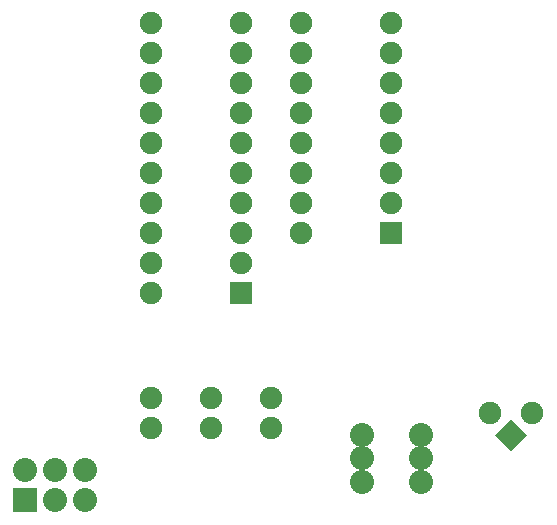
<source format=gbs>
G04 (created by PCBNEW-RS274X (2011-05-25)-stable) date Sat 14 Jul 2012 03:59:57 PM CST*
G01*
G70*
G90*
%MOIN*%
G04 Gerber Fmt 3.4, Leading zero omitted, Abs format*
%FSLAX34Y34*%
G04 APERTURE LIST*
%ADD10C,0.006000*%
%ADD11C,0.075000*%
%ADD12R,0.080000X0.080000*%
%ADD13C,0.080000*%
%ADD14R,0.075000X0.075000*%
G04 APERTURE END LIST*
G54D10*
G54D11*
X24000Y-28500D03*
X24000Y-27500D03*
X26000Y-28500D03*
X26000Y-27500D03*
X28000Y-28500D03*
X28000Y-27500D03*
G54D12*
X19800Y-30900D03*
G54D13*
X19800Y-29900D03*
X20800Y-30900D03*
X20800Y-29900D03*
X21800Y-30900D03*
X21800Y-29900D03*
G54D11*
X35293Y-28000D03*
G54D10*
G36*
X36530Y-28707D02*
X36000Y-29237D01*
X35470Y-28707D01*
X36000Y-28177D01*
X36530Y-28707D01*
X36530Y-28707D01*
G37*
G54D11*
X36707Y-28000D03*
G54D14*
X27000Y-24000D03*
G54D11*
X27000Y-23000D03*
X27000Y-22000D03*
X27000Y-21000D03*
X27000Y-20000D03*
X27000Y-19000D03*
X27000Y-18000D03*
X27000Y-17000D03*
X27000Y-16000D03*
X27000Y-15000D03*
X24000Y-15000D03*
X24000Y-16000D03*
X24000Y-17000D03*
X24000Y-18000D03*
X24000Y-19000D03*
X24000Y-20000D03*
X24000Y-21000D03*
X24000Y-22000D03*
X24000Y-23000D03*
X24000Y-24000D03*
G54D14*
X32000Y-22000D03*
G54D11*
X32000Y-21000D03*
X32000Y-20000D03*
X32000Y-19000D03*
X32000Y-18000D03*
X32000Y-17000D03*
X32000Y-16000D03*
X32000Y-15000D03*
X29000Y-15000D03*
X29000Y-16000D03*
X29000Y-17000D03*
X29000Y-18000D03*
X29000Y-19000D03*
X29000Y-20000D03*
X29000Y-21000D03*
X29000Y-22000D03*
G54D13*
X31016Y-30287D03*
X31016Y-29500D03*
X31016Y-28713D03*
X32984Y-30287D03*
X32984Y-29500D03*
X32984Y-28713D03*
M02*

</source>
